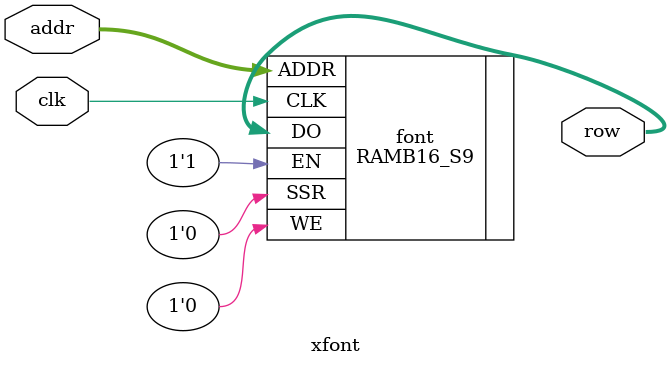
<source format=v>
module xfont(addr,clk,row);
  input clk;
  input [10:0] addr;
  output [7:0] row;

  // font read-only memory: (128 * 11row/chars) x (8 bits/row)
  RAMB16_S9 font(.CLK(clk),.ADDR(addr),.DO(row),
                 .WE(1'b0),.EN(1'b1),.SSR(1'b0));


defparam font.INIT_00 = 256'b0000000000000000000000000000000000000000000000000000000000000000000000000000000000000000000000000000000000000000000000000000000000000000000000000000000000000000000000000000000000000000000000000000000000000000000000000000000000000000000000000000000000000000;
defparam font.INIT_01 = 256'b0000000000000000000000000000000000000000000000000000000000000000000000000000000000000000000000000000000000000000000000000000000000000000000000000000000000000000000000000000000000000000000000000000000000000000000000000000000000000000000000000000000000000000;
defparam font.INIT_02 = 256'b0000000000000000000000000000000000000000000000000000000000000000000000000000000000000000000000000000000000000000000000000000000000000000000000000000000000000000000000000000000000000000000000000000000000000000000000000000000000000000000000000000000000000000;
defparam font.INIT_03 = 256'b0000000000000000000000000000000000000000000000000000000000000000000000000000000000000000000000000000000000000000000000000000000000000000000000000000000000000000000000000000000000000000000000000000000000000000000000000000000000000000000000000000000000000000;
defparam font.INIT_04 = 256'b0000000000000000000000000000000000000000000000000000000000000000000000000000000000000000000000000000000000000000000000000000000000000000000000000000000000000000000000000000000000000000000000000000000000000000000000000000000000000000000000000000000000000000;
defparam font.INIT_05 = 256'b0000000000000000000000000000000000000000000000000000000000000000000000000000000000000000000000000000000000000000000000000000000000000000000000000000000000000000000000000000000000000000000000000000000000000000000000000000000000000000000000000000000000000000;
defparam font.INIT_06 = 256'b0000000000000000000000000000000000000000000000000000000000000000000000000000000000000000000000000000000000000000000000000000000000000000000000000000000000000000000000000000000000000000000000000000000000000000000000000000000000000000000000000000000000000000;
defparam font.INIT_07 = 256'b0000000000000000000000000000000000000000000000000000000000000000000000000000000000000000000000000000000000000000000000000000000000000000000000000000000000000000000000000000000000000000000000000000000000000000000000000000000000000000000000000000000000000000;
defparam font.INIT_08 = 256'b0000000000000000000000000000000000000000000000000000000000000000000000000000000000000000000000000000000000000000000000000000000000000000000000000000000000000000000000000000000000000000000000000000000000000000000000000000000000000000000000000000000000000000;
defparam font.INIT_09 = 256'b0000000000000000000000000000000000000000000000000000000000000000000000000000000000000000000000000000000000000000000000000000000000000000000000000000000000000000000000000000000000000000000000000000000000000000000000000000000000000000000000000000000000000000;
defparam font.INIT_0A = 256'b0000000000000000000000000000000000000000000000000000000000000000000000000000000000000000000000000000000000000000000000000000000000000000000000000000000000000000000000000000000000000000000000000000000000000000000000000000000000000000000000000000000000000000;
defparam font.INIT_0B = 256'b0000000000000000000000000000000000000000000000000000101000001010000000000000000000000000000000000000010000000000000001000000010000000100000001000000000000000000000000000000000000000000000000000000000000000000000000000000000000000000000000000000000000000000;
defparam font.INIT_0C = 256'b0001001000010101000011010001011000010101000011110000000000000000000000000000000000000100000011100001010100000101000011100001010000001111000001000000000000000000000000000000000000000000000010100001111100001010000111110000101000000000000000000000000000000000;
defparam font.INIT_0D = 256'b0000100000001000000010000000100000000100000000100000000000000000000000000000000000000000000000000000000000000000000001000000010000000000000000000000000000000000000000000000101000010100000010100000100000010100000010000000000000000000000000000000000000000000;
defparam font.INIT_0E = 256'b0001110000001000000000000000000000000000000000000000000000000000000000000000000000000100000100100000110000010010000010000000000000000000000000000000000000010000000010000000010000000100000001000000010000001000000100000000000000000000000000000000001000000100;
defparam font.INIT_0F = 256'b0000000000000000000000000000000000000000000000000000000000000000000000000000000000001100000000000000000000000000000000000000000000000000000100000000100000001000000000000000000000000000000000000000000000000000000000000000000000000000000000000000000000001000;
defparam font.INIT_10 = 256'b0000110000000100000000000000000000000000000000000000000000001100000100100001101000010110000100100000110000000000000000000000000000010000000100000000100000001000000001000000010000000010000000100000000000000000000000000000000000000000000001000000000000000000;
defparam font.INIT_11 = 256'b0000010000000000000000000000000000000000000000000000110000010010000000100000010000010010000011000000000000000000000000000000000000000000000111100000100000000100000000100001001000001100000000000000000000000000000000000000000000001110000001000000010000000100;
defparam font.INIT_12 = 256'b0000000000000000000000000000000000000000000011000001001000010010000111000001000000001100000000000000000000000000000000000000000000001100000100100000001000011100000100000001111000000000000000000000000000000000000000000000111000000100000111100001010000001100;
defparam font.INIT_13 = 256'b0000000000000000000000000000000000001100000000100000111000010010000100100000110000000000000000000000000000000000000000000000110000010010000100100000110000010010000011000000000000000000000000000000000000000000000010000000100000001000000001000000001000011110;
defparam font.INIT_14 = 256'b0000000000000000000000000000001000000100000010000000010000000010000000000000000000000000000000000001000000001000000010000000000000000000000010000000000000000000000000000000000000000000000000000000000000000100000000000000000000000100000000000000000000000000;
defparam font.INIT_15 = 256'b0000000000000000000010000000000000001000000001000001001000001100000000000000000000000000000000000000000000001000000001000000001000000100000010000000000000000000000000000000000000000000000000000000000000011110000000000001111000000000000000000000000000000000;
defparam font.INIT_16 = 256'b0000000000011100000100100001001000011100000100100001110000000000000000000000000000000000000000000001001000010010000111100001001000010010000011000000000000000000000000000000000000000000000011100001000000010110000101100001001000001100000000000000000000000000;
defparam font.INIT_17 = 256'b0001111000010000000100000001110000010000000111100000000000000000000000000000000000000000000111000001001000010010000100100001001000011100000000000000000000000000000000000000000000001100000100100001000000010000000100100000110000000000000000000000000000000000;
defparam font.INIT_18 = 256'b0001001000010010000111100001001000010010000000000000000000000000000000000000000000001100000100100001011000010000000100100000110000000000000000000000000000000000000000000001000000010000000100000001110000010000000111100000000000000000000000000000000000000000;
defparam font.INIT_19 = 256'b0001100000011000000101000001001000000000000000000000000000000000000000000000110000010010000000100000001000000010000000100000000000000000000000000000000000000000000011100000010000000100000001000000010000001110000000000000000000000000000000000000000000010010;
defparam font.INIT_1A = 256'b0001011000011010000100100000000000000000000000000000000000000000000100100001001000010010000111100001111000010010000000000000000000000000000000000000000000011110000100000001000000010000000100000001000000000000000000000000000000000000000000000001001000010100;
defparam font.INIT_1B = 256'b0001001000001100000000000000000000000000000000000000000000010000000100000001110000010010000100100001110000000000000000000000000000000000000000000000110000010010000100100001001000010010000011000000000000000000000000000000000000000000000100100001001000010010;
defparam font.INIT_1C = 256'b0000111000000000000000000000000000000000000000000000110000010010000000100000110000010010000011000000000000000000000000000000000000000000000100100001001000011100000100100001001000011100000000000000000000000000000000000000001000001100000101100001001000010010;
defparam font.INIT_1D = 256'b0000000000000000000000000000000000000000000010000001010000010010000100100001001000010010000000000000000000000000000000000000000000001100000100100001001000010010000100100001001000000000000000000000000000000000000000000000010000000100000001000000010000000100;
defparam font.INIT_1E = 256'b0000000000000000000000000000000000001000000010000000100000010100000100100001001000000000000000000000000000000000000000000001001000010010000011000000110000010010000100100000000000000000000000000000000000000000000100100001111000011110000100100001001000010010;
defparam font.INIT_1F = 256'b0000000000000001000000010000001000000010000001000000010000001000000010000000000000000000000000000000000000000110000001000000010000000100000001000000010000000100000001100000000000000000000000000000000000011110000100000000100000000100000000100001111000000000;
defparam font.INIT_20 = 256'b0001111100000000000000000000000000000000000000000000000000000000000000000000000000000000000000000000000000000000000000000000000000000000000010100000010000000000000000000000000000000000000011000000010000000100000001000000010000000100000001000000110000000000;
defparam font.INIT_21 = 256'b0000000000011100000100100001001000011100000100000001000000000000000000000000000000000000000000000000101000010110000100100000111000000000000000000000000000000000000000000000000000000000000000000000000000000000000000000000000000000100000010000000000000000000;
defparam font.INIT_22 = 256'b0000111000010000000111100000110000000000000000000000000000000000000000000000000000000000000011100001001000010010000011100000001000000010000000000000000000000000000000000000000000001110000100000001001000001100000000000000000000000000000000000000000000000000;
defparam font.INIT_23 = 256'b0001001000010010000111000001000000010000000000000000000000000000000011000000001000001110000100100001001000001110000000000000000000000000000000000000000000000000000000000000010000000100000001000000111000000100000000100000000000000000000000000000000000000000;
defparam font.INIT_24 = 256'b0001100000010100000100000001000000000000000000000000000000001000000001000000010000000100000001000000110000000000000001000000000000000000000000000000000000000000000011100000010000000100000011000000000000000100000000000000000000000000000000000000000000010010;
defparam font.INIT_25 = 256'b0001010000000000000000000000000000000000000000000000000000000000000101010001010100010101000111100000000000000000000000000000000000000000000000000000000000001110000001000000010000000100000001000000110000000000000000000000000000000000000000000001001000010100;
defparam font.INIT_26 = 256'b0000000000000000000000000000000000000000000100000001000000011100000100100001001000011100000000000000000000000000000000000000000000000000000000000000110000010010000100100000110000000000000000000000000000000000000000000000000000000000000100100001001000011010;
defparam font.INIT_27 = 256'b0000010000000000000000000000000000000000000000000001110000000010000111000000111000000000000000000000000000000000000000000000000000000000000100000001000000011010000101000000000000000000000000000000000000000000000000100000001000001110000100100001001000001110;
defparam font.INIT_28 = 256'b0000000000000000000000000000000000000000000010000001010000010010000100100000000000000000000000000000000000000000000000000000000000001010000101100001001000010010000000000000000000000000000000000000000000000000000000000000001000000100000001000000111000000100;
defparam font.INIT_29 = 256'b0000000000000000000011000000001000001110000100100001001000010010000000000000000000000000000000000000000000000000000000000001001000001100000011000001001000000000000000000000000000000000000000000000000000000000000010100001010100010101000101010000000000000000;
defparam font.INIT_2A = 256'b0000000000000000000001000000010000000100000001000000010000000100000001000000010000000000000000000000001000000100000001000000010000001000000001000000010000000100000000100000000000000000000000000000000000011110000010000000010000011110000000000000000000000000;
defparam font.INIT_2B = 256'b0000000000000000000000000000000000000000000000000000000000000000000000000000000000000000000000000000000000000000000000000001010000001010000000000000000000000000000000000000000000001000000001000000010000000100000000100000010000000100000001000000100000000000;
defparam font.INIT_2C = 256'b0001000000001000000010000000000000000000000000000000000000000000000000000000000000000000000000000000000000000000000000000000000000000000000000000000000000000000000000000000000000000000000000000000000000000000000000000000000000000000000000000000000000000000;
defparam font.INIT_2D = 256'b0001010100000000000000000000000000000000000000000000000000000000000000000000000000010100000010100000101000000000000000000000000000000000000000000000000000000000000010000000010000000100000001000000010000001110000001000000010000000010000000000000000000000000;
defparam font.INIT_2E = 256'b0000000000000000000000000000000000001010000001000000000000000000000000000000000000000000000001000000111000000100000011100000010000000000000000000000000000000000000000000000000000000100000001000000010000001110000001000000000000000000000000000000000000000000;
defparam font.INIT_2F = 256'b0000100000000000000000000000000000000000000000000000000000000000000000000000110000010010000000100000110000010000000011100000010000001010000000000000000000000000000011100001111100001110000111000001101000001111000000000000000000000000000000000000000000000000;
defparam font.INIT_30 = 256'b0000000000000000000000000000000000000000000000000000000000000000000000000000000000000000000000000000000000000000000000000000000000000000000000000000000000001110000101000001010000010110000101000000111000000000000000000000000000000000000000000000100000010000;
defparam font.INIT_31 = 256'b0000010000000010000000000000000000000000000000000000000000000000000000000000000000000000000000000000000000000000000000000000000000000000000000000000000000000000000000000000000000000000000000000000000000000000000000000000000000000000000000000000000000000000;
defparam font.INIT_32 = 256'b0000101000000000000000000000000000000000000000000000000000000000000000000001010000010100000010100000000000000000000000000000000000000000000000000000000000000000000010000000010000000100000000000000000000000000000000000000000000000000000000000000000000000100;
defparam font.INIT_33 = 256'b0000000000000000000000000000000000000000000000000000000000001100000000000000000000000000000000000000000000000000000000000000000000000000000011000001111000011110000011000000000000000000000000000000000000000000000000000000000000000000000000000001010000001010;
defparam font.INIT_34 = 256'b0000000000000000000000000000000000000000000000000000000000001011000010110001111100000000000000000000000000000000000000000000000000000000000000000000000000000000000101000000101000000000000000000000000000000000000000000000000000011111000000000000000000000000;
defparam font.INIT_35 = 256'b0000000000000000000000000000101000010100000101100000111000000000000000000000000000000000000000000000000000000000000100000000100000010000000000000000000000000000000000000000000000000000000000000000000000011100000000100001110000001110000000000000010000001010;
defparam font.INIT_36 = 256'b0000000000000000000010000000100000001000000101000001001000010010000000000000101000000000000000000000000000000000000000000000000000000000000000000000000000000000000000000000000000000000000000000000000000000000000000000000000000000000000000000000000000000000;
defparam font.INIT_37 = 256'b0000100000001110000110000001011000001100000001000000000000000000000000000000000000000000000000000000010000000100000001000000010000000000000001000000000000000000000000000000000000000000000000000000000000000000000000000000000000000000000000000000000000000000;
defparam font.INIT_38 = 256'b0000010000001110000001000000111000000100000010100000000000000000000000000000000000000000000100100000110000001100000100100000000000000000000000000000000000000000000000000000000000011100000100100001000000011000000100000000110000000000000000000000000000000000;
defparam font.INIT_39 = 256'b0000000000000000000000000000000000001100000000000000000000000000000000000000110000010010000001000000101000010100000010000001001000001100000000000000000000000000000001000000010000000100000000000000000000000100000001000000010000000000000000000000000000000000;
defparam font.INIT_3A = 256'b0000100100000000000000000000000000000000000000000000000000000000000000000000000000000000000011100000000000000110000010100000011000000000000000000000000000000000000110000000010000011010000110100000010000011000000000000000000000000000000000000000000000000000;
defparam font.INIT_3B = 256'b0001101000000100000110000000000000000000000000000000000000000000000000000000000000011100000000000000000000000000000000000000000000000000000000000000000000000000000000100001111000000000000000000000000000000000000000000000000000000000000000000000100100010010;
defparam font.INIT_3C = 256'b0000000000000000000000000000000000000000000000000000000000000000000000000000000000000100000010100000010000000000000000000000000000000000000000000000000000000000000000000000000000000000000011000000000000000000000000000000000000000000000000000001011000011010;
defparam font.INIT_3D = 256'b0000011000000000000000000000000000000000000000000000000000000000000000000000000000001100000001000000110000000000000000000000000000000000000000000000000000000000000000000000110000000100000010000000000000000000000000000000000000011100000010000001110000001000;
defparam font.INIT_3E = 256'b0000000000000000000000000000000000000000000001100000011000001110000101100001011000001110000000000000000000000000000000000001000000011010000101000001010000010100000000000000000000000000000000000000000000000000000000000000000000000000000000000000000000000000;
defparam font.INIT_3F = 256'b0000000000000000000000000000000000000000000000000000000000000000000001000000010000001100000000000000000000001100000011000000000000000000000000000000000000000000000000000000000000000000000000000000000000000000000000000000000000000100000000000000000000000000;


endmodule

</source>
